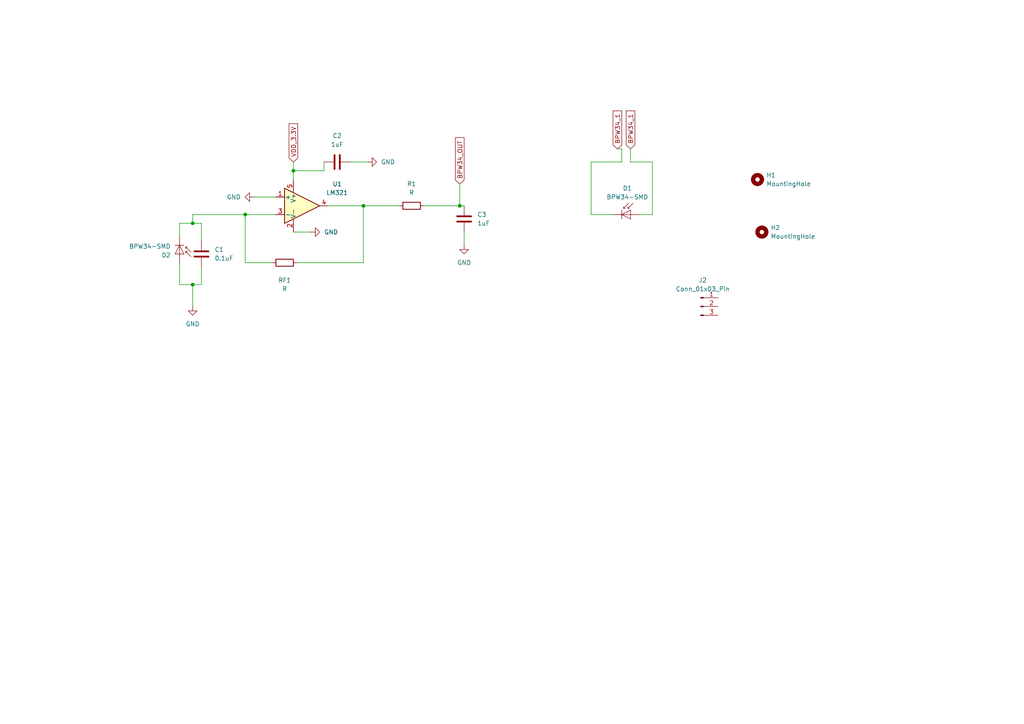
<source format=kicad_sch>
(kicad_sch (version 20231120) (generator "eeschema") (generator_version "8.0")
  (paper "A4")
  (lib_symbols
    (symbol "Amplifier_Operational:LM321" (pin_names (offset 0.127))
      (property "Reference" "U" (at 0 7.62 0))
      (property "Value" "LM321" (at 0 5.08 0))
      (symbol "LM321_0_1"
        (polyline (pts (xy -5.08 5.08) (xy 5.08 0) (xy -5.08 -5.08) (xy -5.08 5.08)) (stroke (width 0.254)) (fill (type background)))
      )
      (symbol "LM321_1_1"
        (pin input line (at -7.62 2.54 0) (length 2.54) (name "+") (number "1"))
        (pin power_in line (at -2.54 -7.62 90) (length 3.81) (name "V-") (number "2"))
        (pin input line (at -7.62 -2.54 0) (length 2.54) (name "-") (number "3"))
        (pin output line (at 7.62 0 180) (length 2.54) (name "~") (number "4"))
        (pin power_in line (at -2.54 7.62 270) (length 3.81) (name "V+") (number "5"))
      )
    )
    (symbol "Connector:Conn_01x03_Pin" (pin_names (offset 1.016) hide)
      (property "Reference" "J" (at 0 5.08 0))
      (property "Value" "Conn_01x03_Pin" (at 0 -5.08 0))
      (symbol "Conn_01x03_Pin_1_1"
        (polyline (pts (xy 1.27 -2.54) (xy 0.8636 -2.54)) (stroke (width 0.1524)))
        (polyline (pts (xy 1.27 0) (xy 0.8636 0)) (stroke (width 0.1524)))
        (polyline (pts (xy 1.27 2.54) (xy 0.8636 2.54)) (stroke (width 0.1524)))
        (rectangle (start 0.8636 -2.413) (end 0 -2.667) (stroke (width 0.1524)) (fill (type outline)))
        (rectangle (start 0.8636 0.127) (end 0 -0.127) (stroke (width 0.1524)) (fill (type outline)))
        (rectangle (start 0.8636 2.667) (end 0 2.413) (stroke (width 0.1524)) (fill (type outline)))
        (pin passive line (at 5.08 2.54 180) (length 3.81) (name "Pin_1") (number "1"))
        (pin passive line (at 5.08 0 180) (length 3.81) (name "Pin_2") (number "2"))
        (pin passive line (at 5.08 -2.54 180) (length 3.81) (name "Pin_3") (number "3"))
      )
    )
    (symbol "Device:C" (pin_numbers hide) (pin_names (offset 0.254))
      (property "Reference" "C" (at 0.635 2.54 0))
      (property "Value" "C" (at 0.635 -2.54 0))
      (symbol "C_0_1"
        (polyline (pts (xy -2.032 -0.762) (xy 2.032 -0.762)) (stroke (width 0.508)))
        (polyline (pts (xy -2.032 0.762) (xy 2.032 0.762)) (stroke (width 0.508)))
      )
      (symbol "C_1_1"
        (pin passive line (at 0 3.81 270) (length 2.794) (name "~") (number "1"))
        (pin passive line (at 0 -3.81 90) (length 2.794) (name "~") (number "2"))
      )
    )
    (symbol "Device:R" (pin_numbers hide) (pin_names (offset 0))
      (property "Reference" "R" (at 2.032 0 90))
      (property "Value" "R" (at 0 0 90))
      (symbol "R_0_1"
        (rectangle (start -1.016 -2.54) (end 1.016 2.54) (stroke (width 0.254)))
      )
      (symbol "R_1_1"
        (pin passive line (at 0 3.81 270) (length 1.27) (name "~") (number "1"))
        (pin passive line (at 0 -3.81 90) (length 1.27) (name "~") (number "2"))
      )
    )
    (symbol "Mechanical:MountingHole" (pin_names (offset 1.016)) (exclude_from_sim yes) (in_bom no)
      (property "Reference" "H" (at 0 5.08 0))
      (property "Value" "MountingHole" (at 0 3.175 0))
      (symbol "MountingHole_0_1"
        (circle (center 0 0) (radius 1.27) (stroke (width 1.27)))
      )
    )
    (symbol "Sensor_Optical:BPW34-SMD" (pin_numbers hide) (pin_names (offset 1.016) hide)
      (property "Reference" "D" (at 0.508 1.778 0))
      (property "Value" "BPW34-SMD" (at -1.016 -2.794 0))
      (symbol "BPW34-SMD_0_1"
        (polyline (pts (xy -2.54 1.27) (xy -2.54 -1.27)) (stroke (width 0.1524)))
        (polyline (pts (xy -2.032 1.778) (xy -1.524 1.778)))
        (polyline (pts (xy 0 -1.27) (xy 0 1.27)))
        (polyline (pts (xy 0 0) (xy -2.54 0)))
        (polyline (pts (xy -0.508 3.302) (xy -2.032 1.778) (xy -2.032 2.286)))
        (polyline (pts (xy 0 1.27) (xy -2.54 0) (xy 0 -1.27)))
        (polyline (pts (xy 0.762 3.302) (xy -0.762 1.778) (xy -0.762 2.286) (xy -0.762 1.778) (xy -0.254 1.778)))
      )
      (symbol "BPW34-SMD_1_1"
        (pin passive line (at -5.08 0 0) (length 2.54) (name "K") (number "1"))
        (pin passive line (at 2.54 0 180) (length 2.54) (name "A") (number "2"))
      )
    )
    (symbol "power:GND" (power) (pin_numbers hide) (pin_names (offset 0) hide)
      (property "Value" "GND" (at 0 -3.81 0))
      (symbol "GND_0_1"
        (polyline (pts (xy 0 0) (xy 0 -1.27) (xy 1.27 -1.27) (xy 0 -2.54) (xy -1.27 -1.27) (xy 0 -1.27)))
      )
      (symbol "GND_1_1"
        (pin power_in line (at 0 0 270) (length 0) (name "~") (number "1"))
      )
    )
  )
  (junction (at 105.41 59.69))
  (junction (at 55.88 82.55))
  (junction (at 133.35 59.69))
  (junction (at 85.09 49.53))
  (junction (at 55.88 64.77))
  (junction (at 71.12 62.23))
  (wire (pts (xy 55.88 82.55) (xy 58.42 82.55)))
  (wire (pts (xy 52.07 82.55) (xy 52.07 76.2)))
  (wire (pts (xy 133.35 59.69) (xy 134.62 59.69)))
  (wire (pts (xy 78.74 76.2) (xy 71.12 76.2)))
  (wire (pts (xy 93.98 46.99) (xy 93.98 49.53)))
  (wire (pts (xy 133.35 53.34) (xy 133.35 59.69)))
  (wire (pts (xy 71.12 76.2) (xy 71.12 62.23)))
  (wire (pts (xy 55.88 64.77) (xy 52.07 64.77)))
  (wire (pts (xy 105.41 76.2) (xy 105.41 59.69)))
  (wire (pts (xy 189.23 46.99) (xy 189.23 62.23)))
  (wire (pts (xy 134.62 67.31) (xy 134.62 71.12)))
  (wire (pts (xy 58.42 77.47) (xy 58.42 82.55)))
  (wire (pts (xy 105.41 59.69) (xy 115.57 59.69)))
  (wire (pts (xy 93.98 49.53) (xy 85.09 49.53)))
  (wire (pts (xy 73.66 57.15) (xy 80.01 57.15)))
  (wire (pts (xy 189.23 62.23) (xy 185.42 62.23)))
  (wire (pts (xy 58.42 64.77) (xy 55.88 64.77)))
  (wire (pts (xy 123.19 59.69) (xy 133.35 59.69)))
  (wire (pts (xy 171.45 46.99) (xy 180.34 46.99)))
  (wire (pts (xy 58.42 69.85) (xy 58.42 64.77)))
  (wire (pts (xy 182.88 43.18) (xy 182.88 46.99)))
  (wire (pts (xy 105.41 59.69) (xy 95.25 59.69)))
  (wire (pts (xy 52.07 68.58) (xy 52.07 64.77)))
  (wire (pts (xy 55.88 62.23) (xy 55.88 64.77)))
  (wire (pts (xy 177.8 62.23) (xy 171.45 62.23)))
  (wire (pts (xy 71.12 62.23) (xy 55.88 62.23)))
  (wire (pts (xy 180.34 43.18) (xy 180.34 46.99)))
  (wire (pts (xy 85.09 49.53) (xy 85.09 52.07)))
  (wire (pts (xy 182.88 46.99) (xy 189.23 46.99)))
  (wire (pts (xy 85.09 46.99) (xy 85.09 49.53)))
  (wire (pts (xy 52.07 82.55) (xy 55.88 82.55)))
  (wire (pts (xy 80.01 62.23) (xy 71.12 62.23)))
  (wire (pts (xy 101.6 46.99) (xy 106.68 46.99)))
  (wire (pts (xy 86.36 76.2) (xy 105.41 76.2)))
  (wire (pts (xy 55.88 82.55) (xy 55.88 88.9)))
  (wire (pts (xy 179.07 43.18) (xy 180.34 43.18)))
  (wire (pts (xy 85.09 67.31) (xy 90.17 67.31)))
  (wire (pts (xy 171.45 62.23) (xy 171.45 46.99)))
  (global_label "VDD_3.3V" (shape input) (at 85.09 46.99 90) (property "Intersheetrefs" "${INTERSHEET_REFS}" (effects (hide yes))))
  (global_label "BPW34_1" (shape input) (at 182.88 43.18 90) (property "Intersheetrefs" "${INTERSHEET_REFS}" (effects (hide yes))))
  (global_label "BPW34_OUT" (shape input) (at 133.35 53.34 90) (property "Intersheetrefs" "${INTERSHEET_REFS}" (effects (hide yes))))
  (global_label "BPW34_1" (shape input) (at 179.07 43.18 90) (property "Intersheetrefs" "${INTERSHEET_REFS}" (effects (hide yes))))
  (symbol (lib_id "Mechanical:MountingHole") (at 220.98 67.31 0) (unit 1) (exclude_from_sim yes) (in_bom no)
    (property "Reference" "H2" (at 223.52 66.0399 0) (effects (justify left)))
    (property "Value" "MountingHole" (at 223.52 68.5799 0) (effects (justify left)))
    (property "Footprint" "MountingHole:MT_Hole" (effects (hide yes)))
    (property "Description" "Mounting Hole without connection" (effects (hide yes)))
  )
  (symbol (lib_id "Amplifier_Operational:LM321") (at 87.63 59.69 0) (unit 1)
    (property "Reference" "U1" (at 97.79 53.3714 0))
    (property "Value" "LM321" (at 97.79 55.9114 0))
    (property "Footprint" "Package_TO_SOT_SMD:SOT-23-5" (effects (hide yes)))
    (property "Datasheet" "http://www.ti.com/lit/ds/symlink/lm321.pdf" (effects (hide yes)))
    (property "Description" "Low Power Single Operational Amplifier, SOT-23-5" (effects (hide yes)))
  )
  (symbol (lib_id "power:GND") (at 90.17 67.31 90) (unit 1)
    (property "Reference" "#PWR03" (effects (hide yes)))
    (property "Value" "GND" (at 93.98 67.3099 90) (effects (justify right)))
    (property "Description" "Power symbol creates a global label with name \"GND\" , ground" (effects (hide yes)))
  )
  (symbol (lib_id "Device:C") (at 58.42 73.66 180) (unit 1)
    (property "Reference" "C1" (at 62.23 72.3899 0) (effects (justify right)))
    (property "Value" "0.1uF" (at 62.23 74.9299 0) (effects (justify right)))
    (property "Footprint" "Capacitor_SMD:C_0603_1608Metric" (effects (hide yes)))
    (property "Description" "Unpolarized capacitor" (effects (hide yes)))
  )
  (symbol (lib_id "Device:C") (at 97.79 46.99 90) (unit 1)
    (property "Reference" "C2" (at 97.79 39.37 90))
    (property "Value" "1uF" (at 97.79 41.91 90))
    (property "Footprint" "Capacitor_SMD:C_0603_1608Metric" (effects (hide yes)))
    (property "Description" "Unpolarized capacitor" (effects (hide yes)))
  )
  (symbol (lib_id "Device:R") (at 82.55 76.2 90) (unit 1)
    (property "Reference" "RF1" (at 82.55 81.28 90))
    (property "Value" "R" (at 82.55 83.82 90))
    (property "Footprint" "Resistor_SMD:R_0603_1608Metric" (effects (hide yes)))
    (property "Description" "Resistor" (effects (hide yes)))
  )
  (symbol (lib_id "Sensor_Optical:BPW34-SMD") (at 52.07 73.66 270) (unit 1)
    (property "Reference" "D2" (at 49.53 74.003 90) (effects (justify right)))
    (property "Value" "BPW34-SMD" (at 49.53 71.463 90) (effects (justify right)))
    (property "Footprint" "OptoDevice:Osram_BPW34S-SMD" (effects (hide yes)))
    (property "Datasheet" "https://dammedia.osram.info/media/resource/hires/osram-dam-5488319/BPW%2034%20S_EN.pdf" (effects (hide yes)))
    (property "Description" "Silicon PIN Photodiode, Area 2.65x2.65mm" (effects (hide yes)))
  )
  (symbol (lib_id "power:GND") (at 134.62 71.12 0) (unit 1)
    (property "Reference" "#PWR05" (effects (hide yes)))
    (property "Value" "GND" (at 134.62 76.2 0))
    (property "Description" "Power symbol creates a global label with name \"GND\" , ground" (effects (hide yes)))
  )
  (symbol (lib_id "power:GND") (at 106.68 46.99 90) (unit 1)
    (property "Reference" "#PWR04" (effects (hide yes)))
    (property "Value" "GND" (at 110.49 46.9899 90) (effects (justify right)))
    (property "Description" "Power symbol creates a global label with name \"GND\" , ground" (effects (hide yes)))
  )
  (symbol (lib_id "Mechanical:MountingHole") (at 219.71 52.07 0) (unit 1) (exclude_from_sim yes) (in_bom no)
    (property "Reference" "H1" (at 222.25 50.7999 0) (effects (justify left)))
    (property "Value" "MountingHole" (at 222.25 53.3399 0) (effects (justify left)))
    (property "Footprint" "MountingHole:MT_Hole" (effects (hide yes)))
    (property "Description" "Mounting Hole without connection" (effects (hide yes)))
  )
  (symbol (lib_id "Connector:Conn_01x03_Pin") (at 203.2 88.9 0) (unit 1)
    (property "Reference" "J2" (at 203.835 81.28 0))
    (property "Value" "Conn_01x03_Pin" (at 203.835 83.82 0))
    (property "Description" "Generic connector, single row, 01x03, script generated" (effects (hide yes)))
  )
  (symbol (lib_id "Device:C") (at 134.62 63.5 180) (unit 1)
    (property "Reference" "C3" (at 138.43 62.2299 0) (effects (justify right)))
    (property "Value" "1uF" (at 138.43 64.7699 0) (effects (justify right)))
    (property "Footprint" "Capacitor_SMD:C_0603_1608Metric" (effects (hide yes)))
    (property "Description" "Unpolarized capacitor" (effects (hide yes)))
  )
  (symbol (lib_id "power:GND") (at 73.66 57.15 270) (unit 1)
    (property "Reference" "#PWR02" (effects (hide yes)))
    (property "Value" "GND" (at 69.85 57.1499 90) (effects (justify right)))
    (property "Description" "Power symbol creates a global label with name \"GND\" , ground" (effects (hide yes)))
  )
  (symbol (lib_id "power:GND") (at 55.88 88.9 0) (unit 1)
    (property "Reference" "#PWR01" (effects (hide yes)))
    (property "Value" "GND" (at 55.88 93.98 0))
    (property "Description" "Power symbol creates a global label with name \"GND\" , ground" (effects (hide yes)))
  )
  (symbol (lib_id "Sensor_Optical:BPW34-SMD") (at 182.88 62.23 0) (unit 1)
    (property "Reference" "D1" (at 181.9529 54.61 0))
    (property "Value" "BPW34-SMD" (at 181.9529 57.15 0))
    (property "Footprint" "OptoDevice:Osram_BPW34S-SMD" (effects (hide yes)))
    (property "Datasheet" "https://dammedia.osram.info/media/resource/hires/osram-dam-5488319/BPW%2034%20S_EN.pdf" (effects (hide yes)))
    (property "Description" "Silicon PIN Photodiode, Area 2.65x2.65mm" (effects (hide yes)))
  )
  (symbol (lib_id "Device:R") (at 119.38 59.69 90) (unit 1)
    (property "Reference" "R1" (at 119.38 53.34 90))
    (property "Value" "R" (at 119.38 55.88 90))
    (property "Footprint" "Resistor_SMD:R_0603_1608Metric" (effects (hide yes)))
    (property "Description" "Resistor" (effects (hide yes)))
  )
)
</source>
